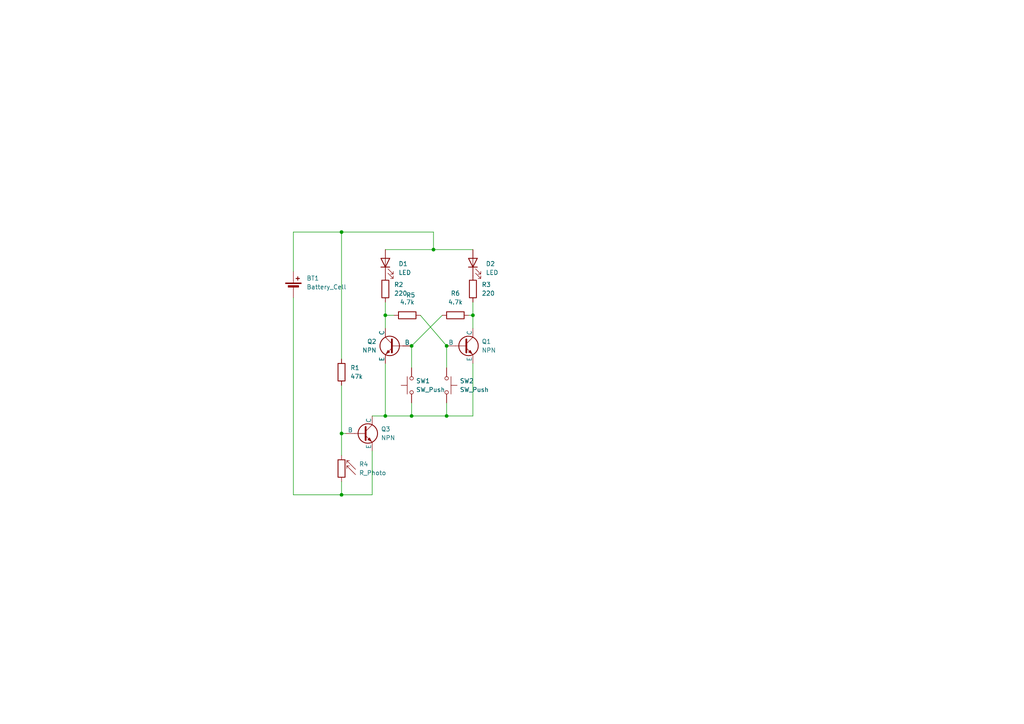
<source format=kicad_sch>
(kicad_sch
	(version 20231120)
	(generator "eeschema")
	(generator_version "8.0")
	(uuid "b373dd28-5a12-4cdf-93f4-22d349d708cb")
	(paper "A4")
	(lib_symbols
		(symbol "Device:Battery_Cell"
			(pin_numbers hide)
			(pin_names
				(offset 0) hide)
			(exclude_from_sim no)
			(in_bom yes)
			(on_board yes)
			(property "Reference" "BT"
				(at 2.54 2.54 0)
				(effects
					(font
						(size 1.27 1.27)
					)
					(justify left)
				)
			)
			(property "Value" "Battery_Cell"
				(at 2.54 0 0)
				(effects
					(font
						(size 1.27 1.27)
					)
					(justify left)
				)
			)
			(property "Footprint" ""
				(at 0 1.524 90)
				(effects
					(font
						(size 1.27 1.27)
					)
					(hide yes)
				)
			)
			(property "Datasheet" "~"
				(at 0 1.524 90)
				(effects
					(font
						(size 1.27 1.27)
					)
					(hide yes)
				)
			)
			(property "Description" "Single-cell battery"
				(at 0 0 0)
				(effects
					(font
						(size 1.27 1.27)
					)
					(hide yes)
				)
			)
			(property "ki_keywords" "battery cell"
				(at 0 0 0)
				(effects
					(font
						(size 1.27 1.27)
					)
					(hide yes)
				)
			)
			(symbol "Battery_Cell_0_1"
				(rectangle
					(start -2.286 1.778)
					(end 2.286 1.524)
					(stroke
						(width 0)
						(type default)
					)
					(fill
						(type outline)
					)
				)
				(rectangle
					(start -1.524 1.016)
					(end 1.524 0.508)
					(stroke
						(width 0)
						(type default)
					)
					(fill
						(type outline)
					)
				)
				(polyline
					(pts
						(xy 0 0.762) (xy 0 0)
					)
					(stroke
						(width 0)
						(type default)
					)
					(fill
						(type none)
					)
				)
				(polyline
					(pts
						(xy 0 1.778) (xy 0 2.54)
					)
					(stroke
						(width 0)
						(type default)
					)
					(fill
						(type none)
					)
				)
				(polyline
					(pts
						(xy 0.762 3.048) (xy 1.778 3.048)
					)
					(stroke
						(width 0.254)
						(type default)
					)
					(fill
						(type none)
					)
				)
				(polyline
					(pts
						(xy 1.27 3.556) (xy 1.27 2.54)
					)
					(stroke
						(width 0.254)
						(type default)
					)
					(fill
						(type none)
					)
				)
			)
			(symbol "Battery_Cell_1_1"
				(pin passive line
					(at 0 5.08 270)
					(length 2.54)
					(name "+"
						(effects
							(font
								(size 1.27 1.27)
							)
						)
					)
					(number "1"
						(effects
							(font
								(size 1.27 1.27)
							)
						)
					)
				)
				(pin passive line
					(at 0 -2.54 90)
					(length 2.54)
					(name "-"
						(effects
							(font
								(size 1.27 1.27)
							)
						)
					)
					(number "2"
						(effects
							(font
								(size 1.27 1.27)
							)
						)
					)
				)
			)
		)
		(symbol "Device:LED"
			(pin_numbers hide)
			(pin_names
				(offset 1.016) hide)
			(exclude_from_sim no)
			(in_bom yes)
			(on_board yes)
			(property "Reference" "D"
				(at 0 2.54 0)
				(effects
					(font
						(size 1.27 1.27)
					)
				)
			)
			(property "Value" "LED"
				(at 0 -2.54 0)
				(effects
					(font
						(size 1.27 1.27)
					)
				)
			)
			(property "Footprint" ""
				(at 0 0 0)
				(effects
					(font
						(size 1.27 1.27)
					)
					(hide yes)
				)
			)
			(property "Datasheet" "~"
				(at 0 0 0)
				(effects
					(font
						(size 1.27 1.27)
					)
					(hide yes)
				)
			)
			(property "Description" "Light emitting diode"
				(at 0 0 0)
				(effects
					(font
						(size 1.27 1.27)
					)
					(hide yes)
				)
			)
			(property "ki_keywords" "LED diode"
				(at 0 0 0)
				(effects
					(font
						(size 1.27 1.27)
					)
					(hide yes)
				)
			)
			(property "ki_fp_filters" "LED* LED_SMD:* LED_THT:*"
				(at 0 0 0)
				(effects
					(font
						(size 1.27 1.27)
					)
					(hide yes)
				)
			)
			(symbol "LED_0_1"
				(polyline
					(pts
						(xy -1.27 -1.27) (xy -1.27 1.27)
					)
					(stroke
						(width 0.254)
						(type default)
					)
					(fill
						(type none)
					)
				)
				(polyline
					(pts
						(xy -1.27 0) (xy 1.27 0)
					)
					(stroke
						(width 0)
						(type default)
					)
					(fill
						(type none)
					)
				)
				(polyline
					(pts
						(xy 1.27 -1.27) (xy 1.27 1.27) (xy -1.27 0) (xy 1.27 -1.27)
					)
					(stroke
						(width 0.254)
						(type default)
					)
					(fill
						(type none)
					)
				)
				(polyline
					(pts
						(xy -3.048 -0.762) (xy -4.572 -2.286) (xy -3.81 -2.286) (xy -4.572 -2.286) (xy -4.572 -1.524)
					)
					(stroke
						(width 0)
						(type default)
					)
					(fill
						(type none)
					)
				)
				(polyline
					(pts
						(xy -1.778 -0.762) (xy -3.302 -2.286) (xy -2.54 -2.286) (xy -3.302 -2.286) (xy -3.302 -1.524)
					)
					(stroke
						(width 0)
						(type default)
					)
					(fill
						(type none)
					)
				)
			)
			(symbol "LED_1_1"
				(pin passive line
					(at -3.81 0 0)
					(length 2.54)
					(name "K"
						(effects
							(font
								(size 1.27 1.27)
							)
						)
					)
					(number "1"
						(effects
							(font
								(size 1.27 1.27)
							)
						)
					)
				)
				(pin passive line
					(at 3.81 0 180)
					(length 2.54)
					(name "A"
						(effects
							(font
								(size 1.27 1.27)
							)
						)
					)
					(number "2"
						(effects
							(font
								(size 1.27 1.27)
							)
						)
					)
				)
			)
		)
		(symbol "Device:R"
			(pin_numbers hide)
			(pin_names
				(offset 0)
			)
			(exclude_from_sim no)
			(in_bom yes)
			(on_board yes)
			(property "Reference" "R"
				(at 2.032 0 90)
				(effects
					(font
						(size 1.27 1.27)
					)
				)
			)
			(property "Value" "R"
				(at 0 0 90)
				(effects
					(font
						(size 1.27 1.27)
					)
				)
			)
			(property "Footprint" ""
				(at -1.778 0 90)
				(effects
					(font
						(size 1.27 1.27)
					)
					(hide yes)
				)
			)
			(property "Datasheet" "~"
				(at 0 0 0)
				(effects
					(font
						(size 1.27 1.27)
					)
					(hide yes)
				)
			)
			(property "Description" "Resistor"
				(at 0 0 0)
				(effects
					(font
						(size 1.27 1.27)
					)
					(hide yes)
				)
			)
			(property "ki_keywords" "R res resistor"
				(at 0 0 0)
				(effects
					(font
						(size 1.27 1.27)
					)
					(hide yes)
				)
			)
			(property "ki_fp_filters" "R_*"
				(at 0 0 0)
				(effects
					(font
						(size 1.27 1.27)
					)
					(hide yes)
				)
			)
			(symbol "R_0_1"
				(rectangle
					(start -1.016 -2.54)
					(end 1.016 2.54)
					(stroke
						(width 0.254)
						(type default)
					)
					(fill
						(type none)
					)
				)
			)
			(symbol "R_1_1"
				(pin passive line
					(at 0 3.81 270)
					(length 1.27)
					(name "~"
						(effects
							(font
								(size 1.27 1.27)
							)
						)
					)
					(number "1"
						(effects
							(font
								(size 1.27 1.27)
							)
						)
					)
				)
				(pin passive line
					(at 0 -3.81 90)
					(length 1.27)
					(name "~"
						(effects
							(font
								(size 1.27 1.27)
							)
						)
					)
					(number "2"
						(effects
							(font
								(size 1.27 1.27)
							)
						)
					)
				)
			)
		)
		(symbol "Device:R_Photo"
			(pin_numbers hide)
			(pin_names
				(offset 0)
			)
			(exclude_from_sim no)
			(in_bom yes)
			(on_board yes)
			(property "Reference" "R"
				(at 1.27 1.27 0)
				(effects
					(font
						(size 1.27 1.27)
					)
					(justify left)
				)
			)
			(property "Value" "R_Photo"
				(at 1.27 0 0)
				(effects
					(font
						(size 1.27 1.27)
					)
					(justify left top)
				)
			)
			(property "Footprint" ""
				(at 1.27 -6.35 90)
				(effects
					(font
						(size 1.27 1.27)
					)
					(justify left)
					(hide yes)
				)
			)
			(property "Datasheet" "~"
				(at 0 -1.27 0)
				(effects
					(font
						(size 1.27 1.27)
					)
					(hide yes)
				)
			)
			(property "Description" "Photoresistor"
				(at 0 0 0)
				(effects
					(font
						(size 1.27 1.27)
					)
					(hide yes)
				)
			)
			(property "ki_keywords" "resistor variable light sensitive opto LDR"
				(at 0 0 0)
				(effects
					(font
						(size 1.27 1.27)
					)
					(hide yes)
				)
			)
			(property "ki_fp_filters" "*LDR* R?LDR*"
				(at 0 0 0)
				(effects
					(font
						(size 1.27 1.27)
					)
					(hide yes)
				)
			)
			(symbol "R_Photo_0_1"
				(rectangle
					(start -1.016 2.54)
					(end 1.016 -2.54)
					(stroke
						(width 0.254)
						(type default)
					)
					(fill
						(type none)
					)
				)
				(polyline
					(pts
						(xy -1.524 -2.286) (xy -4.064 0.254)
					)
					(stroke
						(width 0)
						(type default)
					)
					(fill
						(type none)
					)
				)
				(polyline
					(pts
						(xy -1.524 -2.286) (xy -2.286 -2.286)
					)
					(stroke
						(width 0)
						(type default)
					)
					(fill
						(type none)
					)
				)
				(polyline
					(pts
						(xy -1.524 -2.286) (xy -1.524 -1.524)
					)
					(stroke
						(width 0)
						(type default)
					)
					(fill
						(type none)
					)
				)
				(polyline
					(pts
						(xy -1.524 -0.762) (xy -4.064 1.778)
					)
					(stroke
						(width 0)
						(type default)
					)
					(fill
						(type none)
					)
				)
				(polyline
					(pts
						(xy -1.524 -0.762) (xy -2.286 -0.762)
					)
					(stroke
						(width 0)
						(type default)
					)
					(fill
						(type none)
					)
				)
				(polyline
					(pts
						(xy -1.524 -0.762) (xy -1.524 0)
					)
					(stroke
						(width 0)
						(type default)
					)
					(fill
						(type none)
					)
				)
			)
			(symbol "R_Photo_1_1"
				(pin passive line
					(at 0 3.81 270)
					(length 1.27)
					(name "~"
						(effects
							(font
								(size 1.27 1.27)
							)
						)
					)
					(number "1"
						(effects
							(font
								(size 1.27 1.27)
							)
						)
					)
				)
				(pin passive line
					(at 0 -3.81 90)
					(length 1.27)
					(name "~"
						(effects
							(font
								(size 1.27 1.27)
							)
						)
					)
					(number "2"
						(effects
							(font
								(size 1.27 1.27)
							)
						)
					)
				)
			)
		)
		(symbol "Simulation_SPICE:NPN"
			(pin_numbers hide)
			(pin_names
				(offset 0)
			)
			(exclude_from_sim no)
			(in_bom yes)
			(on_board yes)
			(property "Reference" "Q"
				(at -2.54 7.62 0)
				(effects
					(font
						(size 1.27 1.27)
					)
				)
			)
			(property "Value" "NPN"
				(at -2.54 5.08 0)
				(effects
					(font
						(size 1.27 1.27)
					)
				)
			)
			(property "Footprint" ""
				(at 63.5 0 0)
				(effects
					(font
						(size 1.27 1.27)
					)
					(hide yes)
				)
			)
			(property "Datasheet" "https://ngspice.sourceforge.io/docs/ngspice-html-manual/manual.xhtml#cha_BJTs"
				(at 63.5 0 0)
				(effects
					(font
						(size 1.27 1.27)
					)
					(hide yes)
				)
			)
			(property "Description" "Bipolar transistor symbol for simulation only, substrate tied to the emitter"
				(at 0 0 0)
				(effects
					(font
						(size 1.27 1.27)
					)
					(hide yes)
				)
			)
			(property "Sim.Device" "NPN"
				(at 0 0 0)
				(effects
					(font
						(size 1.27 1.27)
					)
					(hide yes)
				)
			)
			(property "Sim.Type" "GUMMELPOON"
				(at 0 0 0)
				(effects
					(font
						(size 1.27 1.27)
					)
					(hide yes)
				)
			)
			(property "Sim.Pins" "1=C 2=B 3=E"
				(at 0 0 0)
				(effects
					(font
						(size 1.27 1.27)
					)
					(hide yes)
				)
			)
			(property "ki_keywords" "simulation"
				(at 0 0 0)
				(effects
					(font
						(size 1.27 1.27)
					)
					(hide yes)
				)
			)
			(symbol "NPN_0_1"
				(polyline
					(pts
						(xy -2.54 0) (xy 0.635 0)
					)
					(stroke
						(width 0.1524)
						(type default)
					)
					(fill
						(type none)
					)
				)
				(polyline
					(pts
						(xy 0.635 0.635) (xy 2.54 2.54)
					)
					(stroke
						(width 0)
						(type default)
					)
					(fill
						(type none)
					)
				)
				(polyline
					(pts
						(xy 2.794 -1.27) (xy 2.794 -1.27)
					)
					(stroke
						(width 0.1524)
						(type default)
					)
					(fill
						(type none)
					)
				)
				(polyline
					(pts
						(xy 2.794 -1.27) (xy 2.794 -1.27)
					)
					(stroke
						(width 0.1524)
						(type default)
					)
					(fill
						(type none)
					)
				)
				(polyline
					(pts
						(xy 0.635 -0.635) (xy 2.54 -2.54) (xy 2.54 -2.54)
					)
					(stroke
						(width 0)
						(type default)
					)
					(fill
						(type none)
					)
				)
				(polyline
					(pts
						(xy 0.635 1.905) (xy 0.635 -1.905) (xy 0.635 -1.905)
					)
					(stroke
						(width 0.508)
						(type default)
					)
					(fill
						(type none)
					)
				)
				(polyline
					(pts
						(xy 1.27 -1.778) (xy 1.778 -1.27) (xy 2.286 -2.286) (xy 1.27 -1.778) (xy 1.27 -1.778)
					)
					(stroke
						(width 0)
						(type default)
					)
					(fill
						(type outline)
					)
				)
				(circle
					(center 1.27 0)
					(radius 2.8194)
					(stroke
						(width 0.254)
						(type default)
					)
					(fill
						(type none)
					)
				)
			)
			(symbol "NPN_1_1"
				(pin open_collector line
					(at 2.54 5.08 270)
					(length 2.54)
					(name "C"
						(effects
							(font
								(size 1.27 1.27)
							)
						)
					)
					(number "1"
						(effects
							(font
								(size 1.27 1.27)
							)
						)
					)
				)
				(pin input line
					(at -5.08 0 0)
					(length 2.54)
					(name "B"
						(effects
							(font
								(size 1.27 1.27)
							)
						)
					)
					(number "2"
						(effects
							(font
								(size 1.27 1.27)
							)
						)
					)
				)
				(pin open_emitter line
					(at 2.54 -5.08 90)
					(length 2.54)
					(name "E"
						(effects
							(font
								(size 1.27 1.27)
							)
						)
					)
					(number "3"
						(effects
							(font
								(size 1.27 1.27)
							)
						)
					)
				)
			)
		)
		(symbol "Switch:SW_Push"
			(pin_numbers hide)
			(pin_names
				(offset 1.016) hide)
			(exclude_from_sim no)
			(in_bom yes)
			(on_board yes)
			(property "Reference" "SW"
				(at 1.27 2.54 0)
				(effects
					(font
						(size 1.27 1.27)
					)
					(justify left)
				)
			)
			(property "Value" "SW_Push"
				(at 0 -1.524 0)
				(effects
					(font
						(size 1.27 1.27)
					)
				)
			)
			(property "Footprint" ""
				(at 0 5.08 0)
				(effects
					(font
						(size 1.27 1.27)
					)
					(hide yes)
				)
			)
			(property "Datasheet" "~"
				(at 0 5.08 0)
				(effects
					(font
						(size 1.27 1.27)
					)
					(hide yes)
				)
			)
			(property "Description" "Push button switch, generic, two pins"
				(at 0 0 0)
				(effects
					(font
						(size 1.27 1.27)
					)
					(hide yes)
				)
			)
			(property "ki_keywords" "switch normally-open pushbutton push-button"
				(at 0 0 0)
				(effects
					(font
						(size 1.27 1.27)
					)
					(hide yes)
				)
			)
			(symbol "SW_Push_0_1"
				(circle
					(center -2.032 0)
					(radius 0.508)
					(stroke
						(width 0)
						(type default)
					)
					(fill
						(type none)
					)
				)
				(polyline
					(pts
						(xy 0 1.27) (xy 0 3.048)
					)
					(stroke
						(width 0)
						(type default)
					)
					(fill
						(type none)
					)
				)
				(polyline
					(pts
						(xy 2.54 1.27) (xy -2.54 1.27)
					)
					(stroke
						(width 0)
						(type default)
					)
					(fill
						(type none)
					)
				)
				(circle
					(center 2.032 0)
					(radius 0.508)
					(stroke
						(width 0)
						(type default)
					)
					(fill
						(type none)
					)
				)
				(pin passive line
					(at -5.08 0 0)
					(length 2.54)
					(name "1"
						(effects
							(font
								(size 1.27 1.27)
							)
						)
					)
					(number "1"
						(effects
							(font
								(size 1.27 1.27)
							)
						)
					)
				)
				(pin passive line
					(at 5.08 0 180)
					(length 2.54)
					(name "2"
						(effects
							(font
								(size 1.27 1.27)
							)
						)
					)
					(number "2"
						(effects
							(font
								(size 1.27 1.27)
							)
						)
					)
				)
			)
		)
	)
	(junction
		(at 111.76 91.44)
		(diameter 0)
		(color 0 0 0 0)
		(uuid "05808eca-fd98-43ff-8985-c629e56decea")
	)
	(junction
		(at 129.54 100.33)
		(diameter 0)
		(color 0 0 0 0)
		(uuid "078e6813-2125-472d-91b3-32267ff71319")
	)
	(junction
		(at 111.76 120.65)
		(diameter 0)
		(color 0 0 0 0)
		(uuid "199d6363-3b7b-4edf-b6c9-793da480b7e7")
	)
	(junction
		(at 99.06 125.73)
		(diameter 0)
		(color 0 0 0 0)
		(uuid "208d52e3-2bef-43a0-bbc1-fa2c37c85db0")
	)
	(junction
		(at 99.06 67.31)
		(diameter 0)
		(color 0 0 0 0)
		(uuid "214d70d9-5306-44e3-8644-023788b9a0ca")
	)
	(junction
		(at 99.06 143.51)
		(diameter 0)
		(color 0 0 0 0)
		(uuid "5ab4c1e8-e7ad-40af-a124-0372cad739ab")
	)
	(junction
		(at 119.38 100.33)
		(diameter 0)
		(color 0 0 0 0)
		(uuid "b9cc9ce3-ca92-49ef-ab7c-0dd2ecb8136b")
	)
	(junction
		(at 137.16 91.44)
		(diameter 0)
		(color 0 0 0 0)
		(uuid "beedc131-5585-4dea-a8a4-d7719abc6dcf")
	)
	(junction
		(at 125.73 72.39)
		(diameter 0)
		(color 0 0 0 0)
		(uuid "d7c7e54b-dccd-47a7-9413-a149fa7624b5")
	)
	(junction
		(at 119.38 120.65)
		(diameter 0)
		(color 0 0 0 0)
		(uuid "e1cc2f31-a12b-4e55-8535-b72958cfa923")
	)
	(junction
		(at 129.54 120.65)
		(diameter 0)
		(color 0 0 0 0)
		(uuid "e1e25ee3-cdd2-4ea3-b92f-a548915c7a16")
	)
	(wire
		(pts
			(xy 111.76 91.44) (xy 111.76 95.25)
		)
		(stroke
			(width 0)
			(type default)
		)
		(uuid "0547ad98-5145-4f76-8630-9be170317e42")
	)
	(wire
		(pts
			(xy 119.38 100.33) (xy 119.38 106.68)
		)
		(stroke
			(width 0)
			(type default)
		)
		(uuid "2d5e7743-c345-484d-9826-a9a809fae30c")
	)
	(wire
		(pts
			(xy 135.89 91.44) (xy 137.16 91.44)
		)
		(stroke
			(width 0)
			(type default)
		)
		(uuid "32960b72-062e-4285-9fde-e1986e0487c6")
	)
	(wire
		(pts
			(xy 128.27 91.44) (xy 119.38 100.33)
		)
		(stroke
			(width 0)
			(type default)
		)
		(uuid "36efa9be-e688-4d4d-896c-dd51baffbf5d")
	)
	(wire
		(pts
			(xy 125.73 72.39) (xy 137.16 72.39)
		)
		(stroke
			(width 0)
			(type default)
		)
		(uuid "401c50bb-efb4-42ef-aefe-959351479749")
	)
	(wire
		(pts
			(xy 99.06 143.51) (xy 85.09 143.51)
		)
		(stroke
			(width 0)
			(type default)
		)
		(uuid "42fce6c5-f6d9-47ff-a370-28529fbc96f9")
	)
	(wire
		(pts
			(xy 137.16 87.63) (xy 137.16 91.44)
		)
		(stroke
			(width 0)
			(type default)
		)
		(uuid "449f5afa-36d9-4877-af8a-c5bd93a4b696")
	)
	(wire
		(pts
			(xy 111.76 87.63) (xy 111.76 91.44)
		)
		(stroke
			(width 0)
			(type default)
		)
		(uuid "4a53cdda-b409-45eb-a635-103610c240dd")
	)
	(wire
		(pts
			(xy 107.95 120.65) (xy 111.76 120.65)
		)
		(stroke
			(width 0)
			(type default)
		)
		(uuid "4ba203b2-a1b2-4d45-8a87-a1b2428d0cc5")
	)
	(wire
		(pts
			(xy 137.16 105.41) (xy 137.16 120.65)
		)
		(stroke
			(width 0)
			(type default)
		)
		(uuid "522ab5fb-e808-40cd-abee-d534bc120cfb")
	)
	(wire
		(pts
			(xy 111.76 120.65) (xy 119.38 120.65)
		)
		(stroke
			(width 0)
			(type default)
		)
		(uuid "565bb1c3-cbf9-407e-b9b8-9632f76d93a4")
	)
	(wire
		(pts
			(xy 99.06 67.31) (xy 125.73 67.31)
		)
		(stroke
			(width 0)
			(type default)
		)
		(uuid "5a5868e0-d3f3-4dca-aa6d-8c1293106df2")
	)
	(wire
		(pts
			(xy 119.38 116.84) (xy 119.38 120.65)
		)
		(stroke
			(width 0)
			(type default)
		)
		(uuid "5c1d1529-fe08-4aae-8613-ee2d705d9599")
	)
	(wire
		(pts
			(xy 129.54 116.84) (xy 129.54 120.65)
		)
		(stroke
			(width 0)
			(type default)
		)
		(uuid "5f87ec6f-968d-487b-9b9a-ab9d10bf6386")
	)
	(wire
		(pts
			(xy 129.54 120.65) (xy 137.16 120.65)
		)
		(stroke
			(width 0)
			(type default)
		)
		(uuid "64334940-30f4-464d-a880-98d311f3955a")
	)
	(wire
		(pts
			(xy 111.76 105.41) (xy 111.76 120.65)
		)
		(stroke
			(width 0)
			(type default)
		)
		(uuid "650208b0-3519-4362-a3f6-94d7aea9ca14")
	)
	(wire
		(pts
			(xy 137.16 91.44) (xy 137.16 95.25)
		)
		(stroke
			(width 0)
			(type default)
		)
		(uuid "695c73d5-9d6f-42e4-a2c1-ec97131e5193")
	)
	(wire
		(pts
			(xy 111.76 72.39) (xy 125.73 72.39)
		)
		(stroke
			(width 0)
			(type default)
		)
		(uuid "7d8da714-dbdb-4f5b-9947-69db8dd501c6")
	)
	(wire
		(pts
			(xy 119.38 120.65) (xy 129.54 120.65)
		)
		(stroke
			(width 0)
			(type default)
		)
		(uuid "8bfbb941-1c1f-4729-be9f-4aa617d9cec9")
	)
	(wire
		(pts
			(xy 121.92 91.44) (xy 129.54 100.33)
		)
		(stroke
			(width 0)
			(type default)
		)
		(uuid "8d2b7de2-4d81-40f7-8925-b22b83afb9cb")
	)
	(wire
		(pts
			(xy 129.54 100.33) (xy 129.54 106.68)
		)
		(stroke
			(width 0)
			(type default)
		)
		(uuid "92227f9e-f5a2-4ee0-a92d-93202b0e114a")
	)
	(wire
		(pts
			(xy 85.09 143.51) (xy 85.09 86.36)
		)
		(stroke
			(width 0)
			(type default)
		)
		(uuid "98b7a329-f065-4652-8e4b-350b11e590e0")
	)
	(wire
		(pts
			(xy 99.06 111.76) (xy 99.06 125.73)
		)
		(stroke
			(width 0)
			(type default)
		)
		(uuid "9f309222-0ef0-4317-b472-08b86bc3c42b")
	)
	(wire
		(pts
			(xy 111.76 91.44) (xy 114.3 91.44)
		)
		(stroke
			(width 0)
			(type default)
		)
		(uuid "a0ac68a2-946f-43d9-83f9-1b319db5a9bd")
	)
	(wire
		(pts
			(xy 107.95 130.81) (xy 107.95 143.51)
		)
		(stroke
			(width 0)
			(type default)
		)
		(uuid "a3260089-35c8-48b8-bedb-ec5babc6a3e2")
	)
	(wire
		(pts
			(xy 99.06 139.7) (xy 99.06 143.51)
		)
		(stroke
			(width 0)
			(type default)
		)
		(uuid "abe10bd2-9ba7-4452-ac0e-6fed20113610")
	)
	(wire
		(pts
			(xy 107.95 143.51) (xy 99.06 143.51)
		)
		(stroke
			(width 0)
			(type default)
		)
		(uuid "b1e268d5-1842-4e73-863b-5f40af7fe822")
	)
	(wire
		(pts
			(xy 85.09 67.31) (xy 99.06 67.31)
		)
		(stroke
			(width 0)
			(type default)
		)
		(uuid "b5e93d65-e9db-4ddd-99bc-68770a80501c")
	)
	(wire
		(pts
			(xy 85.09 78.74) (xy 85.09 67.31)
		)
		(stroke
			(width 0)
			(type default)
		)
		(uuid "c3814040-054f-431a-a8b3-ed8fe10a819e")
	)
	(wire
		(pts
			(xy 99.06 125.73) (xy 100.33 125.73)
		)
		(stroke
			(width 0)
			(type default)
		)
		(uuid "c8cfccb4-7551-4f8a-8263-93eacfd483f9")
	)
	(wire
		(pts
			(xy 125.73 67.31) (xy 125.73 72.39)
		)
		(stroke
			(width 0)
			(type default)
		)
		(uuid "d8ef4ef2-fe8d-4960-8814-c3a82eed16f2")
	)
	(wire
		(pts
			(xy 99.06 104.14) (xy 99.06 67.31)
		)
		(stroke
			(width 0)
			(type default)
		)
		(uuid "dfe54ad0-bf37-4701-ad36-09595e276d2a")
	)
	(wire
		(pts
			(xy 99.06 125.73) (xy 99.06 132.08)
		)
		(stroke
			(width 0)
			(type default)
		)
		(uuid "ea13e9e5-3bfa-4d49-b751-4b7ed29b4395")
	)
	(symbol
		(lib_id "Device:R")
		(at 99.06 107.95 180)
		(unit 1)
		(exclude_from_sim no)
		(in_bom yes)
		(on_board yes)
		(dnp no)
		(fields_autoplaced yes)
		(uuid "00570ed7-f493-426f-a789-f40320babcd8")
		(property "Reference" "R1"
			(at 101.6 106.6799 0)
			(effects
				(font
					(size 1.27 1.27)
				)
				(justify right)
			)
		)
		(property "Value" "47k"
			(at 101.6 109.2199 0)
			(effects
				(font
					(size 1.27 1.27)
				)
				(justify right)
			)
		)
		(property "Footprint" "Resistor_THT:R_Axial_DIN0207_L6.3mm_D2.5mm_P7.62mm_Horizontal"
			(at 100.838 107.95 90)
			(effects
				(font
					(size 1.27 1.27)
				)
				(hide yes)
			)
		)
		(property "Datasheet" "~"
			(at 99.06 107.95 0)
			(effects
				(font
					(size 1.27 1.27)
				)
				(hide yes)
			)
		)
		(property "Description" "Resistor"
			(at 99.06 107.95 0)
			(effects
				(font
					(size 1.27 1.27)
				)
				(hide yes)
			)
		)
		(pin "1"
			(uuid "31733ce4-ecf2-4f5e-8771-5a3346fdf86a")
		)
		(pin "2"
			(uuid "d8bbf353-8851-4410-b8e5-712da37584bc")
		)
		(instances
			(project ""
				(path "/b373dd28-5a12-4cdf-93f4-22d349d708cb"
					(reference "R1")
					(unit 1)
				)
			)
		)
	)
	(symbol
		(lib_id "Switch:SW_Push")
		(at 129.54 111.76 270)
		(unit 1)
		(exclude_from_sim no)
		(in_bom yes)
		(on_board yes)
		(dnp no)
		(fields_autoplaced yes)
		(uuid "10933db4-93e4-41e6-8969-0cc5f2e1831d")
		(property "Reference" "SW2"
			(at 133.35 110.4899 90)
			(effects
				(font
					(size 1.27 1.27)
				)
				(justify left)
			)
		)
		(property "Value" "SW_Push"
			(at 133.35 113.0299 90)
			(effects
				(font
					(size 1.27 1.27)
				)
				(justify left)
			)
		)
		(property "Footprint" "Button_Switch_THT:SW_PUSH_6mm"
			(at 134.62 111.76 0)
			(effects
				(font
					(size 1.27 1.27)
				)
				(hide yes)
			)
		)
		(property "Datasheet" "~"
			(at 134.62 111.76 0)
			(effects
				(font
					(size 1.27 1.27)
				)
				(hide yes)
			)
		)
		(property "Description" "Push button switch, generic, two pins"
			(at 129.54 111.76 0)
			(effects
				(font
					(size 1.27 1.27)
				)
				(hide yes)
			)
		)
		(pin "2"
			(uuid "a797fd05-bb15-4017-93ef-650589b4f19c")
		)
		(pin "1"
			(uuid "90939efe-7153-43fa-b587-106981af008e")
		)
		(instances
			(project "SolderNunu"
				(path "/b373dd28-5a12-4cdf-93f4-22d349d708cb"
					(reference "SW2")
					(unit 1)
				)
			)
		)
	)
	(symbol
		(lib_id "Device:R")
		(at 111.76 83.82 0)
		(unit 1)
		(exclude_from_sim no)
		(in_bom yes)
		(on_board yes)
		(dnp no)
		(fields_autoplaced yes)
		(uuid "1683d819-ead0-414f-87ac-9a7c2ab6c395")
		(property "Reference" "R2"
			(at 114.3 82.5499 0)
			(effects
				(font
					(size 1.27 1.27)
				)
				(justify left)
			)
		)
		(property "Value" "220"
			(at 114.3 85.0899 0)
			(effects
				(font
					(size 1.27 1.27)
				)
				(justify left)
			)
		)
		(property "Footprint" "Resistor_THT:R_Axial_DIN0207_L6.3mm_D2.5mm_P7.62mm_Horizontal"
			(at 109.982 83.82 90)
			(effects
				(font
					(size 1.27 1.27)
				)
				(hide yes)
			)
		)
		(property "Datasheet" "~"
			(at 111.76 83.82 0)
			(effects
				(font
					(size 1.27 1.27)
				)
				(hide yes)
			)
		)
		(property "Description" "Resistor"
			(at 111.76 83.82 0)
			(effects
				(font
					(size 1.27 1.27)
				)
				(hide yes)
			)
		)
		(pin "1"
			(uuid "9c68ef60-4b7f-4c01-b3ab-3d9f75b622a0")
		)
		(pin "2"
			(uuid "f0fc41bd-7498-43cf-9232-c23890827d85")
		)
		(instances
			(project "SolderNunu"
				(path "/b373dd28-5a12-4cdf-93f4-22d349d708cb"
					(reference "R2")
					(unit 1)
				)
			)
		)
	)
	(symbol
		(lib_id "Device:LED")
		(at 137.16 76.2 90)
		(unit 1)
		(exclude_from_sim no)
		(in_bom yes)
		(on_board yes)
		(dnp no)
		(fields_autoplaced yes)
		(uuid "1e9195d6-7556-44f5-b07d-136dc06bd9ec")
		(property "Reference" "D2"
			(at 140.8966 76.5174 90)
			(effects
				(font
					(size 1.27 1.27)
				)
				(justify right)
			)
		)
		(property "Value" "LED"
			(at 140.8966 79.0574 90)
			(effects
				(font
					(size 1.27 1.27)
				)
				(justify right)
			)
		)
		(property "Footprint" "LED_THT:LED_D5.0mm"
			(at 137.16 76.2 0)
			(effects
				(font
					(size 1.27 1.27)
				)
				(hide yes)
			)
		)
		(property "Datasheet" "~"
			(at 137.16 76.2 0)
			(effects
				(font
					(size 1.27 1.27)
				)
				(hide yes)
			)
		)
		(property "Description" "Light emitting diode"
			(at 137.16 76.2 0)
			(effects
				(font
					(size 1.27 1.27)
				)
				(hide yes)
			)
		)
		(pin "2"
			(uuid "8d1cdb4c-154c-48aa-aaa7-9d8a259bea7d")
		)
		(pin "1"
			(uuid "e88239b4-e113-4d52-8cc5-fb27b20dff1f")
		)
		(instances
			(project "SolderNunu"
				(path "/b373dd28-5a12-4cdf-93f4-22d349d708cb"
					(reference "D2")
					(unit 1)
				)
			)
		)
	)
	(symbol
		(lib_id "Device:R_Photo")
		(at 99.06 135.89 180)
		(unit 1)
		(exclude_from_sim no)
		(in_bom yes)
		(on_board yes)
		(dnp no)
		(fields_autoplaced yes)
		(uuid "3975ab69-8080-4bc8-9112-b430e9f6d12e")
		(property "Reference" "R4"
			(at 104.14 134.6199 0)
			(effects
				(font
					(size 1.27 1.27)
				)
				(justify right)
			)
		)
		(property "Value" "R_Photo"
			(at 104.14 137.1599 0)
			(effects
				(font
					(size 1.27 1.27)
				)
				(justify right)
			)
		)
		(property "Footprint" "OptoDevice:R_LDR_5.1x4.3mm_P3.4mm_Vertical"
			(at 97.79 129.54 90)
			(effects
				(font
					(size 1.27 1.27)
				)
				(justify left)
				(hide yes)
			)
		)
		(property "Datasheet" "~"
			(at 99.06 134.62 0)
			(effects
				(font
					(size 1.27 1.27)
				)
				(hide yes)
			)
		)
		(property "Description" "Photoresistor"
			(at 99.06 135.89 0)
			(effects
				(font
					(size 1.27 1.27)
				)
				(hide yes)
			)
		)
		(pin "1"
			(uuid "19da30ec-dc1a-4326-aebe-13cf5bcb8fe9")
		)
		(pin "2"
			(uuid "9930af08-6507-46cb-82f0-7cf856e66446")
		)
		(instances
			(project ""
				(path "/b373dd28-5a12-4cdf-93f4-22d349d708cb"
					(reference "R4")
					(unit 1)
				)
			)
		)
	)
	(symbol
		(lib_id "Device:Battery_Cell")
		(at 85.09 83.82 0)
		(unit 1)
		(exclude_from_sim no)
		(in_bom yes)
		(on_board yes)
		(dnp no)
		(fields_autoplaced yes)
		(uuid "4a3d891f-25ba-4dea-a70b-2d960cb4fc12")
		(property "Reference" "BT1"
			(at 88.9 80.7084 0)
			(effects
				(font
					(size 1.27 1.27)
				)
				(justify left)
			)
		)
		(property "Value" "Battery_Cell"
			(at 88.9 83.2484 0)
			(effects
				(font
					(size 1.27 1.27)
				)
				(justify left)
			)
		)
		(property "Footprint" "Battery:BatteryHolder_Keystone_3034_1x20mm"
			(at 85.09 82.296 90)
			(effects
				(font
					(size 1.27 1.27)
				)
				(hide yes)
			)
		)
		(property "Datasheet" "~"
			(at 85.09 82.296 90)
			(effects
				(font
					(size 1.27 1.27)
				)
				(hide yes)
			)
		)
		(property "Description" "Single-cell battery"
			(at 85.09 83.82 0)
			(effects
				(font
					(size 1.27 1.27)
				)
				(hide yes)
			)
		)
		(pin "2"
			(uuid "d6c054fa-5db3-4254-9324-c5f8a992c4e6")
		)
		(pin "1"
			(uuid "c26d5b71-4bd5-4cb1-82d5-7c1d249061c9")
		)
		(instances
			(project ""
				(path "/b373dd28-5a12-4cdf-93f4-22d349d708cb"
					(reference "BT1")
					(unit 1)
				)
			)
		)
	)
	(symbol
		(lib_id "Simulation_SPICE:NPN")
		(at 105.41 125.73 0)
		(unit 1)
		(exclude_from_sim no)
		(in_bom yes)
		(on_board yes)
		(dnp no)
		(fields_autoplaced yes)
		(uuid "4cd49cb8-51ad-4b33-940e-a9298947dc6c")
		(property "Reference" "Q3"
			(at 110.49 124.4599 0)
			(effects
				(font
					(size 1.27 1.27)
				)
				(justify left)
			)
		)
		(property "Value" "NPN"
			(at 110.49 126.9999 0)
			(effects
				(font
					(size 1.27 1.27)
				)
				(justify left)
			)
		)
		(property "Footprint" "Package_TO_SOT_THT:TO-92L_HandSolder"
			(at 168.91 125.73 0)
			(effects
				(font
					(size 1.27 1.27)
				)
				(hide yes)
			)
		)
		(property "Datasheet" "https://ngspice.sourceforge.io/docs/ngspice-html-manual/manual.xhtml#cha_BJTs"
			(at 168.91 125.73 0)
			(effects
				(font
					(size 1.27 1.27)
				)
				(hide yes)
			)
		)
		(property "Description" "Bipolar transistor symbol for simulation only, substrate tied to the emitter"
			(at 105.41 125.73 0)
			(effects
				(font
					(size 1.27 1.27)
				)
				(hide yes)
			)
		)
		(property "Sim.Device" "NPN"
			(at 105.41 125.73 0)
			(effects
				(font
					(size 1.27 1.27)
				)
				(hide yes)
			)
		)
		(property "Sim.Type" "GUMMELPOON"
			(at 105.41 125.73 0)
			(effects
				(font
					(size 1.27 1.27)
				)
				(hide yes)
			)
		)
		(property "Sim.Pins" "1=C 2=B 3=E"
			(at 105.41 125.73 0)
			(effects
				(font
					(size 1.27 1.27)
				)
				(hide yes)
			)
		)
		(pin "1"
			(uuid "28fde99e-64c1-465d-9bfb-1ec3e4b5a669")
		)
		(pin "3"
			(uuid "71e3ad91-7d69-4b25-9c5e-1b02b01e3ad4")
		)
		(pin "2"
			(uuid "cd57ed8b-0941-40bf-9a8e-fad18532796e")
		)
		(instances
			(project ""
				(path "/b373dd28-5a12-4cdf-93f4-22d349d708cb"
					(reference "Q3")
					(unit 1)
				)
			)
		)
	)
	(symbol
		(lib_id "Device:R")
		(at 137.16 83.82 0)
		(unit 1)
		(exclude_from_sim no)
		(in_bom yes)
		(on_board yes)
		(dnp no)
		(fields_autoplaced yes)
		(uuid "5fe88977-6abb-4032-b44c-91ce21bcc81d")
		(property "Reference" "R3"
			(at 139.7 82.5499 0)
			(effects
				(font
					(size 1.27 1.27)
				)
				(justify left)
			)
		)
		(property "Value" "220"
			(at 139.7 85.0899 0)
			(effects
				(font
					(size 1.27 1.27)
				)
				(justify left)
			)
		)
		(property "Footprint" "Resistor_THT:R_Axial_DIN0207_L6.3mm_D2.5mm_P7.62mm_Horizontal"
			(at 135.382 83.82 90)
			(effects
				(font
					(size 1.27 1.27)
				)
				(hide yes)
			)
		)
		(property "Datasheet" "~"
			(at 137.16 83.82 0)
			(effects
				(font
					(size 1.27 1.27)
				)
				(hide yes)
			)
		)
		(property "Description" "Resistor"
			(at 137.16 83.82 0)
			(effects
				(font
					(size 1.27 1.27)
				)
				(hide yes)
			)
		)
		(pin "1"
			(uuid "777c2f79-691b-4b76-a908-3ce7ca54eaf4")
		)
		(pin "2"
			(uuid "40b05c83-4ade-4df2-8b72-71e35cb07ec8")
		)
		(instances
			(project "SolderNunu"
				(path "/b373dd28-5a12-4cdf-93f4-22d349d708cb"
					(reference "R3")
					(unit 1)
				)
			)
		)
	)
	(symbol
		(lib_id "Device:R")
		(at 118.11 91.44 90)
		(unit 1)
		(exclude_from_sim no)
		(in_bom yes)
		(on_board yes)
		(dnp no)
		(uuid "8feb1319-757f-44f4-b1f0-ed8d87752e14")
		(property "Reference" "R5"
			(at 119.126 85.598 90)
			(effects
				(font
					(size 1.27 1.27)
				)
			)
		)
		(property "Value" "4.7k"
			(at 118.11 87.63 90)
			(effects
				(font
					(size 1.27 1.27)
				)
			)
		)
		(property "Footprint" "Resistor_THT:R_Axial_DIN0207_L6.3mm_D2.5mm_P7.62mm_Horizontal"
			(at 118.11 93.218 90)
			(effects
				(font
					(size 1.27 1.27)
				)
				(hide yes)
			)
		)
		(property "Datasheet" "~"
			(at 118.11 91.44 0)
			(effects
				(font
					(size 1.27 1.27)
				)
				(hide yes)
			)
		)
		(property "Description" "Resistor"
			(at 118.11 91.44 0)
			(effects
				(font
					(size 1.27 1.27)
				)
				(hide yes)
			)
		)
		(pin "1"
			(uuid "2b71b58b-4bca-411a-ae7c-527dba0f5efa")
		)
		(pin "2"
			(uuid "34da06c5-22ee-40fb-907c-2673e6fb31ba")
		)
		(instances
			(project "SolderNunu"
				(path "/b373dd28-5a12-4cdf-93f4-22d349d708cb"
					(reference "R5")
					(unit 1)
				)
			)
		)
	)
	(symbol
		(lib_id "Device:R")
		(at 132.08 91.44 90)
		(unit 1)
		(exclude_from_sim no)
		(in_bom yes)
		(on_board yes)
		(dnp no)
		(fields_autoplaced yes)
		(uuid "b66257c2-2a01-4f8a-b5b2-1fcddfa2742d")
		(property "Reference" "R6"
			(at 132.08 85.09 90)
			(effects
				(font
					(size 1.27 1.27)
				)
			)
		)
		(property "Value" "4.7k"
			(at 132.08 87.63 90)
			(effects
				(font
					(size 1.27 1.27)
				)
			)
		)
		(property "Footprint" "Resistor_THT:R_Axial_DIN0207_L6.3mm_D2.5mm_P7.62mm_Horizontal"
			(at 132.08 93.218 90)
			(effects
				(font
					(size 1.27 1.27)
				)
				(hide yes)
			)
		)
		(property "Datasheet" "~"
			(at 132.08 91.44 0)
			(effects
				(font
					(size 1.27 1.27)
				)
				(hide yes)
			)
		)
		(property "Description" "Resistor"
			(at 132.08 91.44 0)
			(effects
				(font
					(size 1.27 1.27)
				)
				(hide yes)
			)
		)
		(pin "1"
			(uuid "1c4f4f4a-9ad8-43b5-877e-6938440830c8")
		)
		(pin "2"
			(uuid "0da547e0-4526-4f04-a913-19f58515396b")
		)
		(instances
			(project "SolderNunu"
				(path "/b373dd28-5a12-4cdf-93f4-22d349d708cb"
					(reference "R6")
					(unit 1)
				)
			)
		)
	)
	(symbol
		(lib_id "Device:LED")
		(at 111.76 76.2 90)
		(unit 1)
		(exclude_from_sim no)
		(in_bom yes)
		(on_board yes)
		(dnp no)
		(fields_autoplaced yes)
		(uuid "b7ad5d0b-7b47-4d53-8c76-78e029e80e3a")
		(property "Reference" "D1"
			(at 115.57 76.5174 90)
			(effects
				(font
					(size 1.27 1.27)
				)
				(justify right)
			)
		)
		(property "Value" "LED"
			(at 115.57 79.0574 90)
			(effects
				(font
					(size 1.27 1.27)
				)
				(justify right)
			)
		)
		(property "Footprint" "LED_THT:LED_D5.0mm"
			(at 111.76 76.2 0)
			(effects
				(font
					(size 1.27 1.27)
				)
				(hide yes)
			)
		)
		(property "Datasheet" "~"
			(at 111.76 76.2 0)
			(effects
				(font
					(size 1.27 1.27)
				)
				(hide yes)
			)
		)
		(property "Description" "Light emitting diode"
			(at 111.76 76.2 0)
			(effects
				(font
					(size 1.27 1.27)
				)
				(hide yes)
			)
		)
		(pin "2"
			(uuid "9193ba96-46db-4751-8032-03b84e16b08e")
		)
		(pin "1"
			(uuid "507d905e-395c-494c-8317-b6a25e5ce3ff")
		)
		(instances
			(project ""
				(path "/b373dd28-5a12-4cdf-93f4-22d349d708cb"
					(reference "D1")
					(unit 1)
				)
			)
		)
	)
	(symbol
		(lib_id "Switch:SW_Push")
		(at 119.38 111.76 90)
		(unit 1)
		(exclude_from_sim no)
		(in_bom yes)
		(on_board yes)
		(dnp no)
		(fields_autoplaced yes)
		(uuid "bb39787c-8fa5-4837-a00e-fe954a164b2d")
		(property "Reference" "SW1"
			(at 120.65 110.4899 90)
			(effects
				(font
					(size 1.27 1.27)
				)
				(justify right)
			)
		)
		(property "Value" "SW_Push"
			(at 120.65 113.0299 90)
			(effects
				(font
					(size 1.27 1.27)
				)
				(justify right)
			)
		)
		(property "Footprint" "Button_Switch_THT:SW_PUSH_6mm"
			(at 114.3 111.76 0)
			(effects
				(font
					(size 1.27 1.27)
				)
				(hide yes)
			)
		)
		(property "Datasheet" "~"
			(at 114.3 111.76 0)
			(effects
				(font
					(size 1.27 1.27)
				)
				(hide yes)
			)
		)
		(property "Description" "Push button switch, generic, two pins"
			(at 119.38 111.76 0)
			(effects
				(font
					(size 1.27 1.27)
				)
				(hide yes)
			)
		)
		(pin "2"
			(uuid "b856a7ff-81cd-4377-9e40-9da43e2b1345")
		)
		(pin "1"
			(uuid "32e9c4c8-1f0a-4237-815f-930d87f0ed37")
		)
		(instances
			(project ""
				(path "/b373dd28-5a12-4cdf-93f4-22d349d708cb"
					(reference "SW1")
					(unit 1)
				)
			)
		)
	)
	(symbol
		(lib_id "Simulation_SPICE:NPN")
		(at 134.62 100.33 0)
		(unit 1)
		(exclude_from_sim no)
		(in_bom yes)
		(on_board yes)
		(dnp no)
		(fields_autoplaced yes)
		(uuid "d78a0ca5-b012-4a03-ae26-93b40b65c98d")
		(property "Reference" "Q1"
			(at 139.7 99.0599 0)
			(effects
				(font
					(size 1.27 1.27)
				)
				(justify left)
			)
		)
		(property "Value" "NPN"
			(at 139.7 101.5999 0)
			(effects
				(font
					(size 1.27 1.27)
				)
				(justify left)
			)
		)
		(property "Footprint" "Package_TO_SOT_THT:TO-92L_HandSolder"
			(at 198.12 100.33 0)
			(effects
				(font
					(size 1.27 1.27)
				)
				(hide yes)
			)
		)
		(property "Datasheet" "https://ngspice.sourceforge.io/docs/ngspice-html-manual/manual.xhtml#cha_BJTs"
			(at 198.12 100.33 0)
			(effects
				(font
					(size 1.27 1.27)
				)
				(hide yes)
			)
		)
		(property "Description" "Bipolar transistor symbol for simulation only, substrate tied to the emitter"
			(at 134.62 100.33 0)
			(effects
				(font
					(size 1.27 1.27)
				)
				(hide yes)
			)
		)
		(property "Sim.Device" "NPN"
			(at 134.62 100.33 0)
			(effects
				(font
					(size 1.27 1.27)
				)
				(hide yes)
			)
		)
		(property "Sim.Type" "GUMMELPOON"
			(at 134.62 100.33 0)
			(effects
				(font
					(size 1.27 1.27)
				)
				(hide yes)
			)
		)
		(property "Sim.Pins" "1=C 2=B 3=E"
			(at 134.62 100.33 0)
			(effects
				(font
					(size 1.27 1.27)
				)
				(hide yes)
			)
		)
		(pin "3"
			(uuid "5cbe173e-c908-4484-8e7c-6cd344f30b60")
		)
		(pin "1"
			(uuid "820e0924-dcce-4fd3-8afc-3a8da8f161ee")
		)
		(pin "2"
			(uuid "81ee82b8-4edf-4d2d-b0a6-00e78ee2a50e")
		)
		(instances
			(project ""
				(path "/b373dd28-5a12-4cdf-93f4-22d349d708cb"
					(reference "Q1")
					(unit 1)
				)
			)
		)
	)
	(symbol
		(lib_id "Simulation_SPICE:NPN")
		(at 114.3 100.33 0)
		(mirror y)
		(unit 1)
		(exclude_from_sim no)
		(in_bom yes)
		(on_board yes)
		(dnp no)
		(uuid "f8f2c419-2dfd-4672-a6b2-3c73f432c695")
		(property "Reference" "Q2"
			(at 109.22 99.0599 0)
			(effects
				(font
					(size 1.27 1.27)
				)
				(justify left)
			)
		)
		(property "Value" "NPN"
			(at 109.22 101.5999 0)
			(effects
				(font
					(size 1.27 1.27)
				)
				(justify left)
			)
		)
		(property "Footprint" "Package_TO_SOT_THT:TO-92L_HandSolder"
			(at 50.8 100.33 0)
			(effects
				(font
					(size 1.27 1.27)
				)
				(hide yes)
			)
		)
		(property "Datasheet" "https://ngspice.sourceforge.io/docs/ngspice-html-manual/manual.xhtml#cha_BJTs"
			(at 50.8 100.33 0)
			(effects
				(font
					(size 1.27 1.27)
				)
				(hide yes)
			)
		)
		(property "Description" "Bipolar transistor symbol for simulation only, substrate tied to the emitter"
			(at 114.3 100.33 0)
			(effects
				(font
					(size 1.27 1.27)
				)
				(hide yes)
			)
		)
		(property "Sim.Device" "NPN"
			(at 114.3 100.33 0)
			(effects
				(font
					(size 1.27 1.27)
				)
				(hide yes)
			)
		)
		(property "Sim.Type" "GUMMELPOON"
			(at 114.3 100.33 0)
			(effects
				(font
					(size 1.27 1.27)
				)
				(hide yes)
			)
		)
		(property "Sim.Pins" "1=C 2=B 3=E"
			(at 114.3 100.33 0)
			(effects
				(font
					(size 1.27 1.27)
				)
				(hide yes)
			)
		)
		(pin "3"
			(uuid "4b68ffc3-12bf-4991-965d-f54cccfa5f70")
		)
		(pin "1"
			(uuid "2d7f782b-2dda-4862-b556-9f33601ddde8")
		)
		(pin "2"
			(uuid "98f25326-6098-4630-83df-85eaaeae0e79")
		)
		(instances
			(project "SolderNunu"
				(path "/b373dd28-5a12-4cdf-93f4-22d349d708cb"
					(reference "Q2")
					(unit 1)
				)
			)
		)
	)
	(sheet_instances
		(path "/"
			(page "1")
		)
	)
)

</source>
